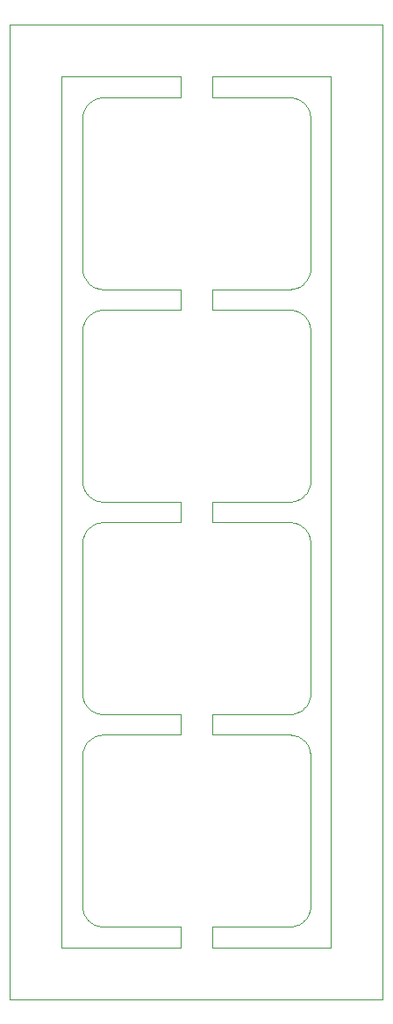
<source format=gbr>
%TF.GenerationSoftware,KiCad,Pcbnew,7.0.2-6a45011f42~172~ubuntu22.04.1*%
%TF.CreationDate,2023-05-08T14:44:33+01:00*%
%TF.ProjectId,panel,70616e65-6c2e-46b6-9963-61645f706362,rev?*%
%TF.SameCoordinates,Original*%
%TF.FileFunction,Profile,NP*%
%FSLAX46Y46*%
G04 Gerber Fmt 4.6, Leading zero omitted, Abs format (unit mm)*
G04 Created by KiCad (PCBNEW 7.0.2-6a45011f42~172~ubuntu22.04.1) date 2023-05-08 14:44:33*
%MOMM*%
%LPD*%
G01*
G04 APERTURE LIST*
%TA.AperFunction,Profile*%
%ADD10C,0.100000*%
%TD*%
G04 APERTURE END LIST*
D10*
X7661739Y-28013711D02*
X7585786Y-28085787D01*
X7824429Y-7381966D02*
X7741359Y-7445708D01*
X28867162Y-8283263D02*
X28827092Y-8186526D01*
X28782014Y-69592021D02*
X28732052Y-69500002D01*
X7000000Y-50000002D02*
X7000001Y-64500003D01*
X7091722Y-24098727D02*
X7124496Y-24194611D01*
X0Y0D02*
X0Y-94000004D01*
X28000000Y-7267948D02*
X27907981Y-7217986D01*
X28486290Y-28161739D02*
X28414214Y-28085787D01*
X8482362Y-7068148D02*
X8381966Y-7097887D01*
X8898702Y-45997435D02*
X9000001Y-46000002D01*
X7267949Y-69500003D02*
X7217987Y-69592022D01*
X28302745Y-86517520D02*
X28377934Y-86449589D01*
X27302856Y-45976938D02*
X27402598Y-45959061D01*
X7267949Y-49000002D02*
X7217987Y-49092021D01*
X27501306Y-45936156D02*
X27598727Y-45908280D01*
X28175571Y-48381967D02*
X28089278Y-48322660D01*
X7942072Y-45697290D02*
X8029397Y-45748695D01*
X7204391Y-24380789D02*
X7251307Y-24470604D01*
X28931853Y-8482361D02*
X28902114Y-8381965D01*
X7942072Y-86697292D02*
X8029397Y-86748697D01*
X28989739Y-23702337D02*
X28997434Y-23601299D01*
X7124496Y-44694612D02*
X7162085Y-44788713D01*
X27694611Y-45875506D02*
X27788712Y-45837917D01*
X27312869Y-68524626D02*
X27209057Y-68510959D01*
X8119212Y-45795611D02*
X8211289Y-45837917D01*
X7910722Y-7322659D02*
X7824429Y-7381966D01*
X28697289Y-45057930D02*
X28748694Y-44970605D01*
X29000001Y-23500001D02*
X29000001Y-8999999D01*
X7124496Y-24194611D02*
X7162085Y-24288712D01*
X7267949Y-8000000D02*
X7217987Y-8092019D01*
X7063846Y-85501309D02*
X7091722Y-85598730D01*
X28175571Y-68881968D02*
X28089278Y-68822661D01*
X28302745Y-66017519D02*
X28377934Y-65949588D01*
X7661739Y-69013713D02*
X7585786Y-69085789D01*
X27788712Y-45837917D02*
X27880789Y-45795611D01*
X28377934Y-45449587D02*
X28449586Y-45377935D01*
X8092019Y-48217989D02*
X8000000Y-48267951D01*
X27501306Y-25436155D02*
X27598727Y-25408279D01*
X7445708Y-69241362D02*
X7381966Y-69324432D01*
X27209057Y-7010956D02*
X27104671Y-7002740D01*
X8687131Y-27524624D02*
X8584176Y-27543705D01*
X7445708Y-28241360D02*
X7381966Y-28324430D01*
X8186526Y-7172909D02*
X8092019Y-7217987D01*
X9000000Y-27500001D02*
X8895328Y-27502741D01*
X7068148Y-28982363D02*
X7043704Y-29084177D01*
X7741359Y-68945711D02*
X7661739Y-69013713D01*
X27970604Y-25248694D02*
X28057929Y-25197289D01*
X27618034Y-27597887D02*
X27517638Y-27568149D01*
X28989739Y-85202340D02*
X28997434Y-85101302D01*
X7585786Y-7585786D02*
X7513710Y-7661739D01*
X8029397Y-66248696D02*
X8119212Y-66295612D01*
X8584176Y-7043704D02*
X8482362Y-7068148D01*
X7040941Y-85402601D02*
X7063846Y-85501309D01*
X27880789Y-66295612D02*
X27970604Y-66248696D01*
X19500000Y-46000002D02*
X27000001Y-46000002D01*
X8584176Y-48043706D02*
X8482362Y-48068150D01*
X7251307Y-24470604D02*
X7302712Y-24557929D01*
X28867162Y-28783264D02*
X28827092Y-28686527D01*
X7010262Y-64702339D02*
X7023064Y-64802858D01*
X7358474Y-24642537D02*
X7418449Y-24724212D01*
X28142537Y-25141527D02*
X28224212Y-25081552D01*
X28975378Y-49687132D02*
X28956296Y-49584178D01*
X29000001Y-8999999D02*
X28997261Y-8895328D01*
X8498695Y-86936158D02*
X8597403Y-86959063D01*
X7043704Y-49584178D02*
X7024623Y-49687133D01*
X16500000Y-68500003D02*
X9000000Y-68500003D01*
X7000001Y-44000002D02*
X7002567Y-44101300D01*
X5000000Y-89000004D02*
X5000000Y-5000000D01*
X28641527Y-24642537D02*
X28697289Y-24557929D01*
X8790943Y-48010958D02*
X8687131Y-48024625D01*
X19500000Y-26500001D02*
X19500000Y-25500001D01*
X19500000Y-87000004D02*
X27000001Y-87000004D01*
X7857464Y-45641528D02*
X7942072Y-45697290D01*
X8687131Y-7024623D02*
X8584176Y-7043704D01*
X28748694Y-24470604D02*
X28795610Y-24380789D01*
X28875505Y-24194611D02*
X28908279Y-24098727D01*
X28224212Y-25081552D02*
X28302745Y-25017517D01*
X8597403Y-45959061D02*
X8697145Y-45976938D01*
X27000001Y-87000004D02*
X27101299Y-86997437D01*
X27716736Y-7132838D02*
X27618034Y-7097886D01*
X16500000Y-47000002D02*
X16500000Y-48000002D01*
X7172909Y-49186528D02*
X7132839Y-49283266D01*
X28902114Y-28881966D02*
X28867162Y-28783264D01*
X28517517Y-24802745D02*
X28581552Y-24724212D01*
X28618035Y-7824429D02*
X28554293Y-7741358D01*
X8305390Y-86875508D02*
X8401274Y-86908282D01*
X28677342Y-7910721D02*
X28618035Y-7824429D01*
X28875505Y-85694614D02*
X28908279Y-85598730D01*
X7775789Y-66081554D02*
X7857464Y-66141529D01*
X8119212Y-66295612D02*
X8211289Y-66337918D01*
X7010956Y-70290946D02*
X7002740Y-70395331D01*
X7043704Y-70084179D02*
X7024623Y-70187134D01*
X27209057Y-48010958D02*
X27104671Y-48002742D01*
X7097887Y-8381966D02*
X7068148Y-8482362D01*
X28449586Y-86377937D02*
X28517517Y-86302748D01*
X7302712Y-65557931D02*
X7358474Y-65642539D01*
X8029397Y-86748697D02*
X8119212Y-86795613D01*
X8119212Y-86795613D02*
X8211289Y-86837919D01*
X28975378Y-29187131D02*
X28956296Y-29084177D01*
X28732052Y-69500002D02*
X28677342Y-69410724D01*
X7661739Y-48513712D02*
X7585786Y-48585788D01*
X7172909Y-8186526D02*
X7132839Y-8283264D01*
X8283264Y-27632840D02*
X8186526Y-27672910D01*
X28414214Y-48585788D02*
X28338262Y-48513711D01*
X27716736Y-68632841D02*
X27618034Y-68597889D01*
X28959060Y-23902598D02*
X28976937Y-23802856D01*
X28956296Y-49584178D02*
X28931853Y-49482363D01*
X16500000Y-87000004D02*
X16500000Y-89000004D01*
X27788712Y-25337916D02*
X27880789Y-25295610D01*
X8305390Y-66375507D02*
X8401274Y-66408281D01*
X8119212Y-25295610D02*
X8211289Y-25337916D01*
X28989045Y-29290943D02*
X28975378Y-29187131D01*
X27101299Y-45997435D02*
X27202337Y-45989740D01*
X7043704Y-29084177D02*
X7024623Y-29187132D01*
X28697289Y-86057932D02*
X28748694Y-85970607D01*
X7068148Y-8482362D02*
X7043704Y-8584176D01*
X7132839Y-8283264D02*
X7097887Y-8381966D01*
X16500000Y-89000004D02*
X5000000Y-89000004D01*
X16500000Y-67500003D02*
X16500000Y-68500003D01*
X8797664Y-86989742D02*
X8898702Y-86997437D01*
X9000000Y-68500003D02*
X8895328Y-68502743D01*
X28782014Y-49092020D02*
X28732052Y-49000001D01*
X28554293Y-7741358D02*
X28486290Y-7661738D01*
X7381966Y-28324430D02*
X7322659Y-28410723D01*
X8283264Y-68632842D02*
X8186526Y-68672912D01*
X16500000Y-26500001D02*
X16500000Y-27500001D01*
X7775789Y-25081552D02*
X7857464Y-25141527D01*
X28931853Y-69982364D02*
X28902114Y-69881968D01*
X8000000Y-27767950D02*
X7910722Y-27822660D01*
X29000001Y-64500003D02*
X29000001Y-50000001D01*
X28959060Y-85402601D02*
X28976937Y-85302859D01*
X28837916Y-85788715D02*
X28875505Y-85694614D01*
X27598727Y-86908282D02*
X27694611Y-86875508D01*
X28302745Y-45517518D02*
X28377934Y-45449587D01*
X27402598Y-86959063D02*
X27501306Y-86936158D01*
X7824429Y-27881967D02*
X7741359Y-27945709D01*
X7068148Y-69982365D02*
X7043704Y-70084179D01*
X7482484Y-45302746D02*
X7550415Y-45377935D01*
X19500000Y-68500003D02*
X19500000Y-67500003D01*
X27880789Y-45795611D02*
X27970604Y-45748695D01*
X28997434Y-23601299D02*
X29000001Y-23500001D01*
X7010956Y-49790945D02*
X7002740Y-49895330D01*
X8029397Y-25248694D02*
X8119212Y-25295610D01*
X27694611Y-25375505D02*
X27788712Y-25337916D01*
X27202337Y-86989742D02*
X27302856Y-86976940D01*
X7513710Y-28161740D02*
X7445708Y-28241360D01*
X28338262Y-7513709D02*
X28258641Y-7445707D01*
X19500000Y-48000002D02*
X19500000Y-47000002D01*
X7010262Y-23702337D02*
X7023064Y-23802856D01*
X7302712Y-45057930D02*
X7358474Y-45142538D01*
X27202337Y-45989740D02*
X27302856Y-45976938D01*
X7322659Y-69410725D02*
X7267949Y-69500003D01*
X27788712Y-86837919D02*
X27880789Y-86795613D01*
X28795610Y-24380789D02*
X28837916Y-24288712D01*
X8482362Y-27568149D02*
X8381966Y-27597888D01*
X27517638Y-7068148D02*
X27415823Y-7043704D01*
X28959060Y-64902600D02*
X28976937Y-64802858D01*
X28997434Y-64601301D02*
X29000001Y-64500003D01*
X8584176Y-68543707D02*
X8482362Y-68568151D01*
X27402598Y-25459060D02*
X27501306Y-25436155D01*
X8687131Y-68524626D02*
X8584176Y-68543707D01*
X28677342Y-28410722D02*
X28618035Y-28324430D01*
X19500000Y-66500003D02*
X27000001Y-66500003D01*
X27694611Y-86875508D02*
X27788712Y-86837919D01*
X27402598Y-66459062D02*
X27501306Y-66436157D01*
X7381966Y-7824429D02*
X7322659Y-7910722D01*
X27618034Y-48097888D02*
X27517638Y-48068150D01*
X7910722Y-68822662D02*
X7824429Y-68881969D01*
X28414214Y-69085789D02*
X28338262Y-69013712D01*
X27618034Y-68597889D02*
X27517638Y-68568151D01*
X7040941Y-44402599D02*
X7063846Y-44501307D01*
X8584176Y-27543705D02*
X8482362Y-27568149D01*
X28976937Y-23802856D02*
X28989739Y-23702337D01*
X28997434Y-44101300D02*
X29000001Y-44000002D01*
X28936155Y-44501307D02*
X28959060Y-44402599D01*
X7622067Y-86449589D02*
X7697256Y-86517520D01*
X28748694Y-44970605D02*
X28795610Y-44880790D01*
X28414214Y-7585786D02*
X28338262Y-7513709D01*
X27716736Y-27632839D02*
X27618034Y-27597887D01*
X19500000Y-7000000D02*
X19500000Y-5000000D01*
X31000001Y-89000004D02*
X19500000Y-89000004D01*
X27101299Y-25497434D02*
X27202337Y-25489739D01*
X7217987Y-8092019D02*
X7172909Y-8186526D01*
X8401274Y-86908282D02*
X8498695Y-86936158D01*
X27813473Y-27672909D02*
X27716736Y-27632839D01*
X8697145Y-66476939D02*
X8797664Y-66489741D01*
X8092019Y-68717990D02*
X8000000Y-68767952D01*
X7550415Y-86377937D02*
X7622067Y-86449589D01*
X7622067Y-24949586D02*
X7697256Y-25017517D01*
X8895328Y-27502741D02*
X8790943Y-27510957D01*
X28057929Y-45697290D02*
X28142537Y-45641528D01*
X8498695Y-66436157D02*
X8597403Y-66459062D01*
X7857464Y-25141527D02*
X7942072Y-25197289D01*
X7322659Y-7910722D02*
X7267949Y-8000000D01*
X28377934Y-65949588D02*
X28449586Y-65877936D01*
X8895328Y-48002742D02*
X8790943Y-48010958D01*
X7040941Y-23902598D02*
X7063846Y-24001306D01*
X28486290Y-69161741D02*
X28414214Y-69085789D01*
X28989739Y-64702339D02*
X28997434Y-64601301D01*
X27402598Y-45959061D02*
X27501306Y-45936156D01*
X28827092Y-28686527D02*
X28782014Y-28592019D01*
X8895328Y-68502743D02*
X8790943Y-68510959D01*
X7000000Y-9000000D02*
X7000001Y-23500001D01*
X28338262Y-28013710D02*
X28258641Y-27945708D01*
X28258641Y-27945708D02*
X28175571Y-27881966D01*
X7162085Y-24288712D02*
X7204391Y-24380789D01*
X7550415Y-45377935D02*
X7622067Y-45449587D01*
X8211289Y-66337918D02*
X8305390Y-66375507D01*
X28867162Y-69783266D02*
X28827092Y-69686529D01*
X27788712Y-66337918D02*
X27880789Y-66295612D01*
X28908279Y-44598728D02*
X28936155Y-44501307D01*
X7513710Y-69161742D02*
X7445708Y-69241362D01*
X7550415Y-24877934D02*
X7622067Y-24949586D01*
X7622067Y-45449587D02*
X7697256Y-45517518D01*
X28867162Y-49283265D02*
X28827092Y-49186528D01*
X8211289Y-25337916D02*
X8305390Y-25375505D01*
X28827092Y-69686529D02*
X28782014Y-69592021D01*
X7661739Y-7513710D02*
X7585786Y-7585786D01*
X7010956Y-8790943D02*
X7002740Y-8895328D01*
X7162085Y-65288714D02*
X7204391Y-65380791D01*
X27517638Y-68568151D02*
X27415823Y-68543707D01*
X19500000Y-89000004D02*
X19500000Y-87000004D01*
X27000000Y-48000002D02*
X19500000Y-48000002D01*
X8305390Y-25375505D02*
X8401274Y-25408279D01*
X28338262Y-48513711D02*
X28258641Y-48445709D01*
X27415823Y-27543705D02*
X27312869Y-27524624D01*
X7697256Y-66017519D02*
X7775789Y-66081554D01*
X29000001Y-29500000D02*
X28997261Y-29395329D01*
X28517517Y-45302746D02*
X28581552Y-45224213D01*
X27970604Y-86748697D02*
X28057929Y-86697292D01*
X7358474Y-86142540D02*
X7418449Y-86224215D01*
X7204391Y-44880790D02*
X7251307Y-44970605D01*
X8797664Y-66489741D02*
X8898702Y-66497436D01*
X7381966Y-48824431D02*
X7322659Y-48910724D01*
X7418449Y-24724212D02*
X7482484Y-24802745D01*
X28057929Y-86697292D02*
X28142537Y-86641530D01*
X7000000Y-70500003D02*
X7000001Y-85000004D01*
X7040941Y-64902600D02*
X7063846Y-65001308D01*
X7204391Y-65380791D02*
X7251307Y-65470606D01*
X28997261Y-8895328D02*
X28989045Y-8790942D01*
X28258641Y-7445707D02*
X28175571Y-7381965D01*
X28338262Y-69013712D02*
X28258641Y-68945710D01*
X0Y-94000004D02*
X0Y-94000004D01*
X28517517Y-86302748D02*
X28581552Y-86224215D01*
X28142537Y-86641530D02*
X28224212Y-86581555D01*
X28795610Y-65380791D02*
X28837916Y-65288714D01*
X29000001Y-50000001D02*
X28997261Y-49895330D01*
X7824429Y-68881969D02*
X7741359Y-68945711D01*
X7002740Y-49895330D02*
X7000000Y-50000002D01*
X0Y-94000004D02*
X36000001Y-94000004D01*
X28377934Y-24949586D02*
X28449586Y-24877934D01*
X7824429Y-48381968D02*
X7741359Y-48445710D01*
X28795610Y-44880790D02*
X28837916Y-44788713D01*
X28908279Y-85598730D02*
X28936155Y-85501309D01*
X7513710Y-7661739D02*
X7445708Y-7741359D01*
X7267949Y-28500001D02*
X7217987Y-28592020D01*
X8597403Y-86959063D02*
X8697145Y-86976940D01*
X7023064Y-44302857D02*
X7040941Y-44402599D01*
X28936155Y-85501309D02*
X28959060Y-85402601D01*
X7482484Y-86302748D02*
X7550415Y-86377937D01*
X7741359Y-48445710D02*
X7661739Y-48513712D01*
X28782014Y-8092018D02*
X28732052Y-7999999D01*
X28997261Y-70395331D02*
X28989045Y-70290945D01*
X27694611Y-66375507D02*
X27788712Y-66337918D01*
X27104671Y-7002740D02*
X27000000Y-7000000D01*
X28936155Y-24001306D02*
X28959060Y-23902598D01*
X31000001Y-5000000D02*
X31000001Y-5000000D01*
X7482484Y-65802747D02*
X7550415Y-65877936D01*
X28956296Y-70084179D02*
X28931853Y-69982364D01*
X27000000Y-27500001D02*
X19500000Y-27500001D01*
X16500000Y-5000000D02*
X16500000Y-5000000D01*
X19500000Y-25500001D02*
X27000001Y-25500001D01*
X8597403Y-25459060D02*
X8697145Y-25476937D01*
X7217987Y-28592020D02*
X7172909Y-28686527D01*
X8790943Y-7010956D02*
X8687131Y-7024623D01*
X8898702Y-86997437D02*
X9000001Y-87000004D01*
X8029397Y-45748695D02*
X8119212Y-45795611D01*
X27907981Y-7217986D02*
X27813473Y-7172908D01*
X28618035Y-48824431D02*
X28554293Y-48741360D01*
X28989739Y-44202338D02*
X28997434Y-44101300D01*
X27104671Y-27502741D02*
X27000000Y-27500001D01*
X7063846Y-24001306D02*
X7091722Y-24098727D01*
X28224212Y-45581553D02*
X28302745Y-45517518D01*
X7023064Y-23802856D02*
X7040941Y-23902598D01*
X7358474Y-45142538D02*
X7418449Y-45224213D01*
X28976937Y-44302857D02*
X28989739Y-44202338D01*
X5000000Y-5000000D02*
X16500000Y-5000000D01*
X7204391Y-85880792D02*
X7251307Y-85970607D01*
X27598727Y-66408281D02*
X27694611Y-66375507D01*
X27517638Y-48068150D02*
X27415823Y-48043706D01*
X28581552Y-65724214D02*
X28641527Y-65642539D01*
X28581552Y-45224213D02*
X28641527Y-45142538D01*
X28931853Y-49482363D02*
X28902114Y-49381967D01*
X7418449Y-65724214D02*
X7482484Y-65802747D01*
X28258641Y-48445709D02*
X28175571Y-48381967D01*
X28902114Y-49381967D02*
X28867162Y-49283265D01*
X28554293Y-69241361D02*
X28486290Y-69161741D01*
X7023064Y-64802858D02*
X7040941Y-64902600D01*
X27415823Y-48043706D02*
X27312869Y-48024625D01*
X27312869Y-27524624D02*
X27209057Y-27510957D01*
X19500000Y-5000000D02*
X31000001Y-5000000D01*
X7910722Y-27822660D02*
X7824429Y-27881967D01*
X27101299Y-86997437D02*
X27202337Y-86989742D01*
X7302712Y-86057932D02*
X7358474Y-86142540D01*
X7132839Y-69783267D02*
X7097887Y-69881969D01*
X27302856Y-66476939D02*
X27402598Y-66459062D01*
X28989045Y-8790942D02*
X28975378Y-8687130D01*
X7445708Y-7741359D02*
X7381966Y-7824429D01*
X28732052Y-49000001D02*
X28677342Y-48910723D01*
X28827092Y-49186528D02*
X28782014Y-49092020D01*
X8797664Y-45989740D02*
X8898702Y-45997435D01*
X27312869Y-48024625D02*
X27209057Y-48010958D01*
X28618035Y-69324432D02*
X28554293Y-69241361D01*
X27813473Y-68672911D02*
X27716736Y-68632841D01*
X7217987Y-69592022D02*
X7172909Y-69686529D01*
X7857464Y-66141529D02*
X7942072Y-66197291D01*
X28486290Y-7661738D02*
X28414214Y-7585786D01*
X7024623Y-8687131D02*
X7010956Y-8790943D01*
X27104671Y-48002742D02*
X27000000Y-48000002D01*
X28748694Y-65470606D02*
X28795610Y-65380791D01*
X7002567Y-64601301D02*
X7010262Y-64702339D01*
X28697289Y-24557929D02*
X28748694Y-24470604D01*
X7251307Y-85970607D02*
X7302712Y-86057932D01*
X27907981Y-27717987D02*
X27813473Y-27672909D01*
X9000001Y-66500003D02*
X16500000Y-66500003D01*
X27880789Y-25295610D02*
X27970604Y-25248694D01*
X7043704Y-8584176D02*
X7024623Y-8687131D01*
X16500000Y-25500001D02*
X16500000Y-26500001D01*
X28956296Y-29084177D02*
X28931853Y-28982362D01*
X8211289Y-45837917D02*
X8305390Y-45875506D01*
X7697256Y-45517518D02*
X7775789Y-45581553D01*
X27209057Y-27510957D02*
X27104671Y-27502741D01*
X28837916Y-24288712D02*
X28875505Y-24194611D01*
X27101299Y-66497436D02*
X27202337Y-66489741D01*
X28414214Y-28085787D02*
X28338262Y-28013710D01*
X8305390Y-45875506D02*
X8401274Y-45908280D01*
X7002740Y-70395331D02*
X7000000Y-70500003D01*
X7002567Y-44101300D02*
X7010262Y-44202338D01*
X28908279Y-24098727D02*
X28936155Y-24001306D01*
X28956296Y-8584176D02*
X28931853Y-8482361D01*
X28057929Y-25197289D02*
X28142537Y-25141527D01*
X19500000Y-27500001D02*
X19500000Y-26500001D01*
X27312869Y-7024623D02*
X27209057Y-7010956D01*
X28936155Y-65001308D02*
X28959060Y-64902600D01*
X27501306Y-66436157D02*
X27598727Y-66408281D01*
X7482484Y-24802745D02*
X7550415Y-24877934D01*
X7162085Y-44788713D02*
X7204391Y-44880790D01*
X28224212Y-66081554D02*
X28302745Y-66017519D01*
X7741359Y-27945709D02*
X7661739Y-28013711D01*
X9000001Y-87000004D02*
X16500000Y-87000004D01*
X7513710Y-48661741D02*
X7445708Y-48741361D01*
X8401274Y-45908280D02*
X8498695Y-45936156D01*
X8790943Y-27510957D02*
X8687131Y-27524624D01*
X8283264Y-7132839D02*
X8186526Y-7172909D01*
X27618034Y-7097886D02*
X27517638Y-7068148D01*
X28302745Y-25017517D02*
X28377934Y-24949586D01*
X27415823Y-7043704D02*
X27312869Y-7024623D01*
X28000000Y-48267950D02*
X27907981Y-48217988D01*
X7251307Y-65470606D02*
X7302712Y-65557931D01*
X7741359Y-7445708D02*
X7661739Y-7513710D01*
X27000000Y-7000000D02*
X19500000Y-7000000D01*
X27302856Y-25476937D02*
X27402598Y-25459060D01*
X7302712Y-24557929D02*
X7358474Y-24642537D01*
X7002740Y-8895328D02*
X7000000Y-9000000D01*
X28224212Y-86581555D02*
X28302745Y-86517520D01*
X16500000Y-46000002D02*
X16500000Y-47000002D01*
X8697145Y-25476937D02*
X8797664Y-25489739D01*
X28837916Y-44788713D02*
X28875505Y-44694612D01*
X7000001Y-23500001D02*
X7002567Y-23601299D01*
X8797664Y-25489739D02*
X8898702Y-25497434D01*
X28732052Y-7999999D02*
X28677342Y-7910721D01*
X28875505Y-44694612D02*
X28908279Y-44598728D01*
X28581552Y-24724212D02*
X28641527Y-24642537D01*
X7172909Y-28686527D02*
X7132839Y-28783265D01*
X16500000Y-66500003D02*
X16500000Y-67500003D01*
X7091722Y-44598728D02*
X7124496Y-44694612D01*
X29000001Y-85000004D02*
X29000001Y-77750003D01*
X27000001Y-25500001D02*
X27101299Y-25497434D01*
X28618035Y-28324430D02*
X28554293Y-28241359D01*
X16500000Y-48000002D02*
X9000000Y-48000002D01*
X7217987Y-49092021D02*
X7172909Y-49186528D01*
X16500000Y-5000000D02*
X16500000Y-7000000D01*
X7063846Y-65001308D02*
X7091722Y-65098729D01*
X28975378Y-70187133D02*
X28956296Y-70084179D01*
X7010956Y-29290944D02*
X7002740Y-29395329D01*
X7162085Y-85788715D02*
X7204391Y-85880792D01*
X27598727Y-45908280D02*
X27694611Y-45875506D01*
X8898702Y-25497434D02*
X9000001Y-25500001D01*
X8697145Y-86976940D02*
X8797664Y-86989742D01*
X7585786Y-69085789D02*
X7513710Y-69161742D01*
X28908279Y-65098729D02*
X28936155Y-65001308D01*
X28449586Y-45377935D02*
X28517517Y-45302746D01*
X19500000Y-47000002D02*
X19500000Y-46000002D01*
X28677342Y-69410724D02*
X28618035Y-69324432D01*
X7418449Y-45224213D02*
X7482484Y-45302746D01*
X27000001Y-66500003D02*
X27101299Y-66497436D01*
X27970604Y-45748695D02*
X28057929Y-45697290D01*
X28997434Y-85101302D02*
X29000001Y-85000004D01*
X28875505Y-65194613D02*
X28908279Y-65098729D01*
X7002567Y-23601299D02*
X7010262Y-23702337D01*
X8381966Y-68597890D02*
X8283264Y-68632842D01*
X27907981Y-68717989D02*
X27813473Y-68672911D01*
X7023064Y-85302859D02*
X7040941Y-85402601D01*
X28837916Y-65288714D02*
X28875505Y-65194613D01*
X28641527Y-65642539D02*
X28697289Y-65557931D01*
X8790943Y-68510959D02*
X8687131Y-68524626D01*
X29000001Y-77750003D02*
X29000001Y-70500002D01*
X28089278Y-68822661D02*
X28000000Y-68767951D01*
X8211289Y-86837919D02*
X8305390Y-86875508D01*
X7091722Y-65098729D02*
X7124496Y-65194613D01*
X7550415Y-65877936D02*
X7622067Y-65949588D01*
X28486290Y-48661740D02*
X28414214Y-48585788D01*
X8381966Y-48097889D02*
X8283264Y-48132841D01*
X8898702Y-66497436D02*
X9000001Y-66500003D01*
X7697256Y-86517520D02*
X7775789Y-86581555D01*
X27202337Y-25489739D02*
X27302856Y-25476937D01*
X9000000Y-48000002D02*
X8895328Y-48002742D01*
X28959060Y-44402599D02*
X28976937Y-44302857D01*
X8283264Y-48132841D02*
X8186526Y-48172911D01*
X28902114Y-8381965D02*
X28867162Y-8283263D01*
X8092019Y-27717988D02*
X8000000Y-27767950D01*
X7097887Y-69881969D02*
X7068148Y-69982365D01*
X28175571Y-27881966D02*
X28089278Y-27822659D01*
X27598727Y-25408279D02*
X27694611Y-25375505D01*
X8000000Y-48267951D02*
X7910722Y-48322661D01*
X27970604Y-66248696D02*
X28057929Y-66197291D01*
X29000001Y-44000002D02*
X29000001Y-29500000D01*
X28976937Y-64802858D02*
X28989739Y-64702339D01*
X28000000Y-68767951D02*
X27907981Y-68717989D01*
X28677342Y-48910723D02*
X28618035Y-48824431D01*
X8186526Y-48172911D02*
X8092019Y-48217989D01*
X7000001Y-85000004D02*
X7002567Y-85101302D01*
X7002740Y-29395329D02*
X7000000Y-29500001D01*
X16500000Y-27500001D02*
X9000000Y-27500001D01*
X8401274Y-66408281D02*
X8498695Y-66436157D01*
X8895328Y-7002740D02*
X8790943Y-7010956D01*
X28089278Y-7322658D02*
X28000000Y-7267948D01*
X7000000Y-29500001D02*
X7000001Y-44000002D01*
X9000001Y-46000002D02*
X16500000Y-46000002D01*
X7097887Y-28881967D02*
X7068148Y-28982363D01*
X28976937Y-85302859D02*
X28989739Y-85202340D01*
X7445708Y-48741361D02*
X7381966Y-48824431D01*
X28554293Y-48741360D02*
X28486290Y-48661740D01*
X28517517Y-65802747D02*
X28581552Y-65724214D01*
X8498695Y-45936156D02*
X8597403Y-45959061D01*
X27907981Y-48217988D02*
X27813473Y-48172910D01*
X7775789Y-45581553D02*
X7857464Y-45641528D01*
X8498695Y-25436155D02*
X8597403Y-25459060D01*
X28902114Y-69881968D02*
X28867162Y-69783266D01*
X27000001Y-46000002D02*
X27101299Y-45997435D01*
X28581552Y-86224215D02*
X28641527Y-86142540D01*
X28782014Y-28592019D02*
X28732052Y-28500000D01*
X7124496Y-85694614D02*
X7162085Y-85788715D01*
X27415823Y-68543707D02*
X27312869Y-68524626D01*
X8000000Y-68767952D02*
X7910722Y-68822662D01*
X7063846Y-44501307D02*
X7091722Y-44598728D01*
X8186526Y-68672912D02*
X8092019Y-68717990D01*
X27000000Y-68500003D02*
X19500000Y-68500003D01*
X7172909Y-69686529D02*
X7132839Y-69783267D01*
X7857464Y-86641530D02*
X7942072Y-86697292D01*
X28997261Y-29395329D02*
X28989045Y-29290943D01*
X27302856Y-86976940D02*
X27402598Y-86959063D01*
X28258641Y-68945710D02*
X28175571Y-68881968D01*
X27716736Y-48132840D02*
X27618034Y-48097888D01*
X7322659Y-28410723D02*
X7267949Y-28500001D01*
X28377934Y-86449589D02*
X28449586Y-86377937D01*
X7091722Y-85598730D02*
X7124496Y-85694614D01*
X28641527Y-45142538D02*
X28697289Y-45057930D01*
X7942072Y-66197291D02*
X8029397Y-66248696D01*
X28089278Y-27822659D02*
X28000000Y-27767949D01*
X7622067Y-65949588D02*
X7697256Y-66017519D01*
X7942072Y-25197289D02*
X8029397Y-25248694D01*
X31000001Y-5000000D02*
X31000001Y-89000004D01*
X7418449Y-86224215D02*
X7482484Y-86302748D01*
X7132839Y-49283266D02*
X7097887Y-49381968D01*
X28554293Y-28241359D02*
X28486290Y-28161739D01*
X7322659Y-48910724D02*
X7267949Y-49000002D01*
X28989045Y-49790944D02*
X28975378Y-49687132D01*
X7002567Y-85101302D02*
X7010262Y-85202340D01*
X28748694Y-85970607D02*
X28795610Y-85880792D01*
X7585786Y-28085787D02*
X7513710Y-28161740D01*
X28089278Y-48322660D02*
X28000000Y-48267950D01*
X8597403Y-66459062D02*
X8697145Y-66476939D01*
X28057929Y-66197291D02*
X28142537Y-66141529D01*
X36000001Y0D02*
X0Y0D01*
X7097887Y-49381968D02*
X7068148Y-49482364D01*
X7251307Y-44970605D02*
X7302712Y-45057930D01*
X29000001Y-70500002D02*
X28997261Y-70395331D01*
X8000000Y-7267949D02*
X7910722Y-7322659D01*
X28449586Y-65877936D02*
X28517517Y-65802747D01*
X28931853Y-28982362D02*
X28902114Y-28881966D01*
X27202337Y-66489741D02*
X27302856Y-66476939D01*
X27813473Y-48172910D02*
X27716736Y-48132840D01*
X28827092Y-8186526D02*
X28782014Y-8092018D01*
X7024623Y-29187132D02*
X7010956Y-29290944D01*
X7910722Y-48322661D02*
X7824429Y-48381968D01*
X28000000Y-27767949D02*
X27907981Y-27717987D01*
X7124496Y-65194613D02*
X7162085Y-65288714D01*
X19500000Y-67500003D02*
X19500000Y-66500003D01*
X7010262Y-85202340D02*
X7023064Y-85302859D01*
X9000000Y-7000000D02*
X8895328Y-7002740D01*
X8697145Y-45976938D02*
X8797664Y-45989740D01*
X8687131Y-48024625D02*
X8584176Y-48043706D01*
X8092019Y-7217987D02*
X8000000Y-7267949D01*
X7358474Y-65642539D02*
X7418449Y-65724214D01*
X8186526Y-27672910D02*
X8092019Y-27717988D01*
X28641527Y-86142540D02*
X28697289Y-86057932D01*
X27209057Y-68510959D02*
X27104671Y-68502743D01*
X28175571Y-7381965D02*
X28089278Y-7322658D01*
X27104671Y-68502743D02*
X27000000Y-68500003D01*
X7000001Y-64500003D02*
X7002567Y-64601301D01*
X7697256Y-25017517D02*
X7775789Y-25081552D01*
X27517638Y-27568149D02*
X27415823Y-27543705D01*
X9000001Y-25500001D02*
X16500000Y-25500001D01*
X7381966Y-69324432D02*
X7322659Y-69410725D01*
X8401274Y-25408279D02*
X8498695Y-25436155D01*
X8482362Y-68568151D02*
X8381966Y-68597890D01*
X28997261Y-49895330D02*
X28989045Y-49790944D01*
X7024623Y-70187134D02*
X7010956Y-70290946D01*
X7010262Y-44202338D02*
X7023064Y-44302857D01*
X28795610Y-85880792D02*
X28837916Y-85788715D01*
X28142537Y-45641528D02*
X28224212Y-45581553D01*
X28449586Y-24877934D02*
X28517517Y-24802745D01*
X27880789Y-86795613D02*
X27970604Y-86748697D01*
X27501306Y-86936158D02*
X27598727Y-86908282D01*
X28975378Y-8687130D02*
X28956296Y-8584176D01*
X28697289Y-65557931D02*
X28748694Y-65470606D01*
X7132839Y-28783265D02*
X7097887Y-28881967D01*
X27813473Y-7172908D02*
X27716736Y-7132838D01*
X8482362Y-48068150D02*
X8381966Y-48097889D01*
X8381966Y-27597888D02*
X8283264Y-27632840D01*
X7068148Y-49482364D02*
X7043704Y-49584178D01*
X28732052Y-28500000D02*
X28677342Y-28410722D01*
X7585786Y-48585788D02*
X7513710Y-48661741D01*
X16500000Y-7000000D02*
X9000000Y-7000000D01*
X28142537Y-66141529D02*
X28224212Y-66081554D01*
X8381966Y-7097887D02*
X8283264Y-7132839D01*
X7775789Y-86581555D02*
X7857464Y-86641530D01*
X36000001Y-94000004D02*
X36000001Y0D01*
X7024623Y-49687133D02*
X7010956Y-49790945D01*
X28989045Y-70290945D02*
X28975378Y-70187133D01*
M02*

</source>
